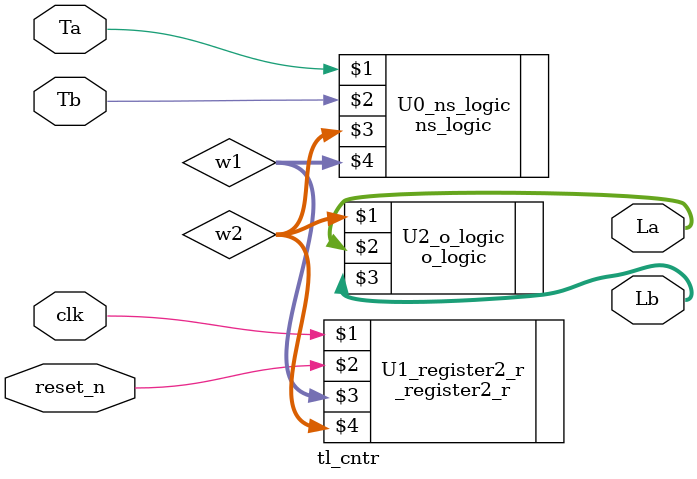
<source format=v>
module tl_cntr(clk,reset_n,Ta,Tb,La,Lb); //The tl_cntr
	input clk,reset_n,Ta,Tb; //inputs
	output [1:0]La,Lb; //outputs
	
	wire [1:0]w1,w2; //wires
	
	ns_logic U0_ns_logic(Ta,Tb,w2,w1); //next state
	_register2_r U1_register2_r(clk,reset_n,w1,w2); //register
	o_logic U2_o_logic(w2,La,Lb); //output logic
endmodule
</source>
